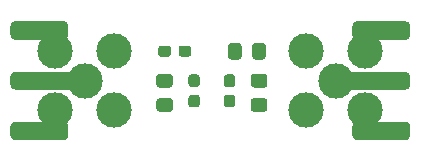
<source format=gbr>
%TF.GenerationSoftware,KiCad,Pcbnew,5.1.9*%
%TF.CreationDate,2021-04-06T14:52:37+03:00*%
%TF.ProjectId,ufilter-pcb,7566696c-7465-4722-9d70-63622e6b6963,r0*%
%TF.SameCoordinates,Original*%
%TF.FileFunction,Soldermask,Top*%
%TF.FilePolarity,Negative*%
%FSLAX46Y46*%
G04 Gerber Fmt 4.6, Leading zero omitted, Abs format (unit mm)*
G04 Created by KiCad (PCBNEW 5.1.9) date 2021-04-06 14:52:37*
%MOMM*%
%LPD*%
G01*
G04 APERTURE LIST*
%ADD10C,3.000000*%
G04 APERTURE END LIST*
%TO.C,C1*%
G36*
G01*
X75762500Y-26462500D02*
X76237500Y-26462500D01*
G75*
G02*
X76475000Y-26700000I0J-237500D01*
G01*
X76475000Y-27300000D01*
G75*
G02*
X76237500Y-27537500I-237500J0D01*
G01*
X75762500Y-27537500D01*
G75*
G02*
X75525000Y-27300000I0J237500D01*
G01*
X75525000Y-26700000D01*
G75*
G02*
X75762500Y-26462500I237500J0D01*
G01*
G37*
G36*
G01*
X75762500Y-28187500D02*
X76237500Y-28187500D01*
G75*
G02*
X76475000Y-28425000I0J-237500D01*
G01*
X76475000Y-29025000D01*
G75*
G02*
X76237500Y-29262500I-237500J0D01*
G01*
X75762500Y-29262500D01*
G75*
G02*
X75525000Y-29025000I0J237500D01*
G01*
X75525000Y-28425000D01*
G75*
G02*
X75762500Y-28187500I237500J0D01*
G01*
G37*
%TD*%
%TO.C,C2*%
G36*
G01*
X74037500Y-24262500D02*
X74037500Y-24737500D01*
G75*
G02*
X73800000Y-24975000I-237500J0D01*
G01*
X73200000Y-24975000D01*
G75*
G02*
X72962500Y-24737500I0J237500D01*
G01*
X72962500Y-24262500D01*
G75*
G02*
X73200000Y-24025000I237500J0D01*
G01*
X73800000Y-24025000D01*
G75*
G02*
X74037500Y-24262500I0J-237500D01*
G01*
G37*
G36*
G01*
X75762500Y-24262500D02*
X75762500Y-24737500D01*
G75*
G02*
X75525000Y-24975000I-237500J0D01*
G01*
X74925000Y-24975000D01*
G75*
G02*
X74687500Y-24737500I0J237500D01*
G01*
X74687500Y-24262500D01*
G75*
G02*
X74925000Y-24025000I237500J0D01*
G01*
X75525000Y-24025000D01*
G75*
G02*
X75762500Y-24262500I0J-237500D01*
G01*
G37*
%TD*%
%TO.C,C3*%
G36*
G01*
X78762500Y-28187500D02*
X79237500Y-28187500D01*
G75*
G02*
X79475000Y-28425000I0J-237500D01*
G01*
X79475000Y-29025000D01*
G75*
G02*
X79237500Y-29262500I-237500J0D01*
G01*
X78762500Y-29262500D01*
G75*
G02*
X78525000Y-29025000I0J237500D01*
G01*
X78525000Y-28425000D01*
G75*
G02*
X78762500Y-28187500I237500J0D01*
G01*
G37*
G36*
G01*
X78762500Y-26462500D02*
X79237500Y-26462500D01*
G75*
G02*
X79475000Y-26700000I0J-237500D01*
G01*
X79475000Y-27300000D01*
G75*
G02*
X79237500Y-27537500I-237500J0D01*
G01*
X78762500Y-27537500D01*
G75*
G02*
X78525000Y-27300000I0J237500D01*
G01*
X78525000Y-26700000D01*
G75*
G02*
X78762500Y-26462500I237500J0D01*
G01*
G37*
%TD*%
%TO.C,L1*%
G36*
G01*
X73950001Y-29625000D02*
X73049999Y-29625000D01*
G75*
G02*
X72800000Y-29375001I0J249999D01*
G01*
X72800000Y-28724999D01*
G75*
G02*
X73049999Y-28475000I249999J0D01*
G01*
X73950001Y-28475000D01*
G75*
G02*
X74200000Y-28724999I0J-249999D01*
G01*
X74200000Y-29375001D01*
G75*
G02*
X73950001Y-29625000I-249999J0D01*
G01*
G37*
G36*
G01*
X73950001Y-27575000D02*
X73049999Y-27575000D01*
G75*
G02*
X72800000Y-27325001I0J249999D01*
G01*
X72800000Y-26674999D01*
G75*
G02*
X73049999Y-26425000I249999J0D01*
G01*
X73950001Y-26425000D01*
G75*
G02*
X74200000Y-26674999I0J-249999D01*
G01*
X74200000Y-27325001D01*
G75*
G02*
X73950001Y-27575000I-249999J0D01*
G01*
G37*
%TD*%
%TO.C,L2*%
G36*
G01*
X80025000Y-24049999D02*
X80025000Y-24950001D01*
G75*
G02*
X79775001Y-25200000I-249999J0D01*
G01*
X79124999Y-25200000D01*
G75*
G02*
X78875000Y-24950001I0J249999D01*
G01*
X78875000Y-24049999D01*
G75*
G02*
X79124999Y-23800000I249999J0D01*
G01*
X79775001Y-23800000D01*
G75*
G02*
X80025000Y-24049999I0J-249999D01*
G01*
G37*
G36*
G01*
X82075000Y-24049999D02*
X82075000Y-24950001D01*
G75*
G02*
X81825001Y-25200000I-249999J0D01*
G01*
X81174999Y-25200000D01*
G75*
G02*
X80925000Y-24950001I0J249999D01*
G01*
X80925000Y-24049999D01*
G75*
G02*
X81174999Y-23800000I249999J0D01*
G01*
X81825001Y-23800000D01*
G75*
G02*
X82075000Y-24049999I0J-249999D01*
G01*
G37*
%TD*%
%TO.C,L3*%
G36*
G01*
X81950001Y-27575000D02*
X81049999Y-27575000D01*
G75*
G02*
X80800000Y-27325001I0J249999D01*
G01*
X80800000Y-26674999D01*
G75*
G02*
X81049999Y-26425000I249999J0D01*
G01*
X81950001Y-26425000D01*
G75*
G02*
X82200000Y-26674999I0J-249999D01*
G01*
X82200000Y-27325001D01*
G75*
G02*
X81950001Y-27575000I-249999J0D01*
G01*
G37*
G36*
G01*
X81950001Y-29625000D02*
X81049999Y-29625000D01*
G75*
G02*
X80800000Y-29375001I0J249999D01*
G01*
X80800000Y-28724999D01*
G75*
G02*
X81049999Y-28475000I249999J0D01*
G01*
X81950001Y-28475000D01*
G75*
G02*
X82200000Y-28724999I0J-249999D01*
G01*
X82200000Y-29375001D01*
G75*
G02*
X81950001Y-29625000I-249999J0D01*
G01*
G37*
%TD*%
%TO.C,J1*%
G36*
G01*
X65675000Y-27750000D02*
X60825000Y-27750000D01*
G75*
G02*
X60450000Y-27375000I0J375000D01*
G01*
X60450000Y-26625000D01*
G75*
G02*
X60825000Y-26250000I375000J0D01*
G01*
X65675000Y-26250000D01*
G75*
G02*
X66050000Y-26625000I0J-375000D01*
G01*
X66050000Y-27375000D01*
G75*
G02*
X65675000Y-27750000I-375000J0D01*
G01*
G37*
G36*
G01*
X64950000Y-23550000D02*
X60850000Y-23550000D01*
G75*
G02*
X60450000Y-23150000I0J400000D01*
G01*
X60450000Y-22350000D01*
G75*
G02*
X60850000Y-21950000I400000J0D01*
G01*
X64950000Y-21950000D01*
G75*
G02*
X65350000Y-22350000I0J-400000D01*
G01*
X65350000Y-23150000D01*
G75*
G02*
X64950000Y-23550000I-400000J0D01*
G01*
G37*
G36*
G01*
X64950000Y-32050000D02*
X60850000Y-32050000D01*
G75*
G02*
X60450000Y-31650000I0J400000D01*
G01*
X60450000Y-30850000D01*
G75*
G02*
X60850000Y-30450000I400000J0D01*
G01*
X64950000Y-30450000D01*
G75*
G02*
X65350000Y-30850000I0J-400000D01*
G01*
X65350000Y-31650000D01*
G75*
G02*
X64950000Y-32050000I-400000J0D01*
G01*
G37*
D10*
X69250000Y-24500000D03*
X69250000Y-29500000D03*
X64250000Y-24500000D03*
X64250000Y-29500000D03*
X66750000Y-27000000D03*
%TD*%
%TO.C,J2*%
X88000000Y-27000000D03*
X90500000Y-24500000D03*
X90500000Y-29500000D03*
X85500000Y-24500000D03*
X85500000Y-29500000D03*
G36*
G01*
X89800000Y-21950000D02*
X93900000Y-21950000D01*
G75*
G02*
X94300000Y-22350000I0J-400000D01*
G01*
X94300000Y-23150000D01*
G75*
G02*
X93900000Y-23550000I-400000J0D01*
G01*
X89800000Y-23550000D01*
G75*
G02*
X89400000Y-23150000I0J400000D01*
G01*
X89400000Y-22350000D01*
G75*
G02*
X89800000Y-21950000I400000J0D01*
G01*
G37*
G36*
G01*
X89800000Y-30450000D02*
X93900000Y-30450000D01*
G75*
G02*
X94300000Y-30850000I0J-400000D01*
G01*
X94300000Y-31650000D01*
G75*
G02*
X93900000Y-32050000I-400000J0D01*
G01*
X89800000Y-32050000D01*
G75*
G02*
X89400000Y-31650000I0J400000D01*
G01*
X89400000Y-30850000D01*
G75*
G02*
X89800000Y-30450000I400000J0D01*
G01*
G37*
G36*
G01*
X89075000Y-26250000D02*
X93925000Y-26250000D01*
G75*
G02*
X94300000Y-26625000I0J-375000D01*
G01*
X94300000Y-27375000D01*
G75*
G02*
X93925000Y-27750000I-375000J0D01*
G01*
X89075000Y-27750000D01*
G75*
G02*
X88700000Y-27375000I0J375000D01*
G01*
X88700000Y-26625000D01*
G75*
G02*
X89075000Y-26250000I375000J0D01*
G01*
G37*
%TD*%
M02*

</source>
